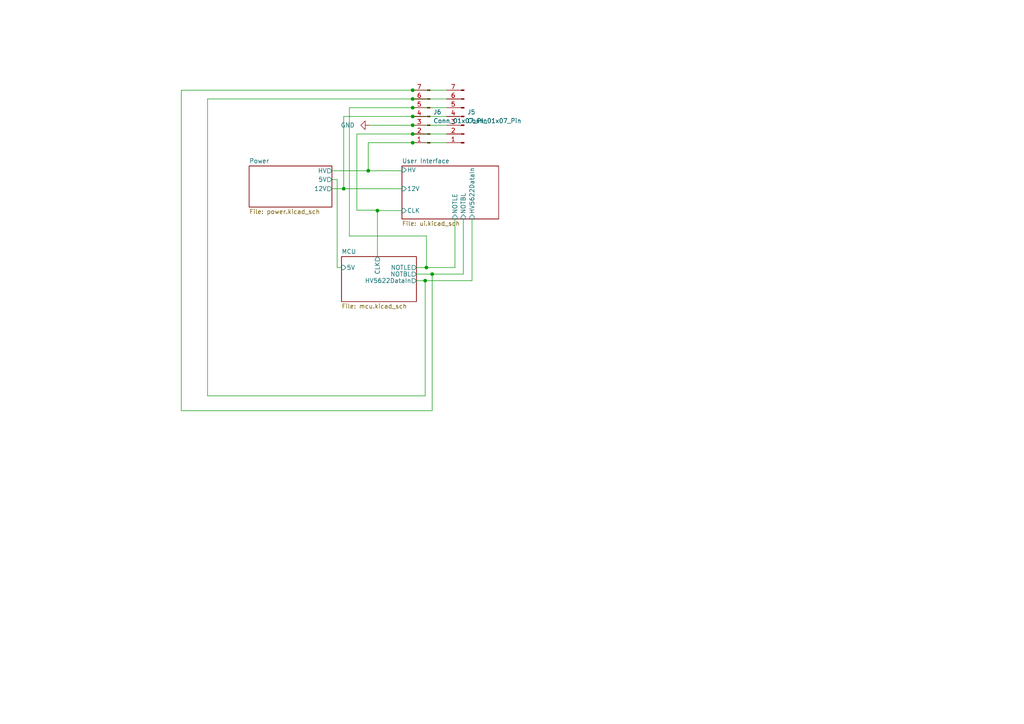
<source format=kicad_sch>
(kicad_sch (version 20231120) (generator "eeschema") (generator_version "8.0")
  (paper "A4")
  (lib_symbols
    (symbol "Connector:Conn_01x07_Pin" (pin_names (offset 1.016) hide)
      (property "Reference" "J" (at 0 10.16 0))
      (property "Value" "Conn_01x07_Pin" (at 0 -10.16 0))
      (symbol "Conn_01x07_Pin_1_1"
        (polyline (pts (xy 1.27 -7.62) (xy 0.8636 -7.62)) (stroke (width 0.1524)))
        (polyline (pts (xy 1.27 -5.08) (xy 0.8636 -5.08)) (stroke (width 0.1524)))
        (polyline (pts (xy 1.27 -2.54) (xy 0.8636 -2.54)) (stroke (width 0.1524)))
        (polyline (pts (xy 1.27 0) (xy 0.8636 0)) (stroke (width 0.1524)))
        (polyline (pts (xy 1.27 2.54) (xy 0.8636 2.54)) (stroke (width 0.1524)))
        (polyline (pts (xy 1.27 5.08) (xy 0.8636 5.08)) (stroke (width 0.1524)))
        (polyline (pts (xy 1.27 7.62) (xy 0.8636 7.62)) (stroke (width 0.1524)))
        (rectangle (start 0.8636 -7.493) (end 0 -7.747) (stroke (width 0.1524)) (fill (type outline)))
        (rectangle (start 0.8636 -4.953) (end 0 -5.207) (stroke (width 0.1524)) (fill (type outline)))
        (rectangle (start 0.8636 -2.413) (end 0 -2.667) (stroke (width 0.1524)) (fill (type outline)))
        (rectangle (start 0.8636 0.127) (end 0 -0.127) (stroke (width 0.1524)) (fill (type outline)))
        (rectangle (start 0.8636 2.667) (end 0 2.413) (stroke (width 0.1524)) (fill (type outline)))
        (rectangle (start 0.8636 5.207) (end 0 4.953) (stroke (width 0.1524)) (fill (type outline)))
        (rectangle (start 0.8636 7.747) (end 0 7.493) (stroke (width 0.1524)) (fill (type outline)))
        (pin passive line (at 5.08 7.62 180) (length 3.81) (name "Pin_1") (number "1"))
        (pin passive line (at 5.08 5.08 180) (length 3.81) (name "Pin_2") (number "2"))
        (pin passive line (at 5.08 2.54 180) (length 3.81) (name "Pin_3") (number "3"))
        (pin passive line (at 5.08 0 180) (length 3.81) (name "Pin_4") (number "4"))
        (pin passive line (at 5.08 -2.54 180) (length 3.81) (name "Pin_5") (number "5"))
        (pin passive line (at 5.08 -5.08 180) (length 3.81) (name "Pin_6") (number "6"))
        (pin passive line (at 5.08 -7.62 180) (length 3.81) (name "Pin_7") (number "7"))
      )
    )
    (symbol "power:GND" (power) (pin_names (offset 0))
      (property "Value" "GND" (at 0 -3.81 0))
      (symbol "GND_0_1"
        (polyline (pts (xy 0 0) (xy 0 -1.27) (xy 1.27 -1.27) (xy 0 -2.54) (xy -1.27 -1.27) (xy 0 -1.27)))
      )
      (symbol "GND_1_1"
        (pin power_in line (at 0 0 270) (length 0) hide (name "GND") (number "1"))
      )
    )
  )
  (junction (at 119.6963 36.322))
  (junction (at 123.6883 77.597))
  (junction (at 109.474 61.087))
  (junction (at 119.6963 33.782))
  (junction (at 123.317 81.407))
  (junction (at 119.6963 41.402))
  (junction (at 125.349 79.502))
  (junction (at 119.6963 26.162))
  (junction (at 119.6963 28.702))
  (junction (at 119.6963 38.862))
  (junction (at 119.6963 31.242))
  (junction (at 99.695 54.737))
  (junction (at 106.807 49.53))
  (wire (pts (xy 125.349 79.502) (xy 120.777 79.502)))
  (wire (pts (xy 125.349 79.502) (xy 125.349 119.126)))
  (wire (pts (xy 131.953 77.597) (xy 131.953 63.5)))
  (wire (pts (xy 97.79 52.07) (xy 97.79 77.597)))
  (wire (pts (xy 123.6883 77.597) (xy 123.6883 68.453)))
  (wire (pts (xy 120.777 81.407) (xy 123.317 81.407)))
  (wire (pts (xy 52.578 119.126) (xy 52.578 26.162)))
  (wire (pts (xy 120.777 77.597) (xy 123.6883 77.597)))
  (wire (pts (xy 109.474 61.087) (xy 109.474 74.422)))
  (wire (pts (xy 52.578 26.162) (xy 119.6963 26.162)))
  (wire (pts (xy 119.6963 31.242) (xy 129.54 31.242)))
  (wire (pts (xy 129.54 36.322) (xy 119.6963 36.322)))
  (wire (pts (xy 99.695 33.782) (xy 119.6963 33.782)))
  (wire (pts (xy 119.6963 38.862) (xy 129.54 38.862)))
  (wire (pts (xy 123.317 81.407) (xy 123.317 114.808)))
  (wire (pts (xy 99.695 54.737) (xy 116.586 54.737)))
  (wire (pts (xy 123.317 114.808) (xy 60.198 114.808)))
  (wire (pts (xy 97.79 77.597) (xy 99.06 77.597)))
  (wire (pts (xy 123.6883 77.597) (xy 131.953 77.597)))
  (wire (pts (xy 60.198 114.808) (xy 60.198 28.702)))
  (wire (pts (xy 123.317 81.407) (xy 136.906 81.407)))
  (wire (pts (xy 103.505 38.862) (xy 119.6963 38.862)))
  (wire (pts (xy 125.349 119.126) (xy 52.578 119.126)))
  (wire (pts (xy 106.807 41.402) (xy 106.807 49.53)))
  (wire (pts (xy 101.346 31.242) (xy 119.6963 31.242)))
  (wire (pts (xy 96.266 52.07) (xy 97.79 52.07)))
  (wire (pts (xy 60.198 28.702) (xy 119.6963 28.702)))
  (wire (pts (xy 96.266 54.737) (xy 99.695 54.737)))
  (wire (pts (xy 116.586 49.53) (xy 116.586 49.276)))
  (wire (pts (xy 116.586 61.087) (xy 109.474 61.087)))
  (wire (pts (xy 106.807 49.53) (xy 116.586 49.53)))
  (wire (pts (xy 107.188 36.322) (xy 119.6963 36.322)))
  (wire (pts (xy 96.266 49.53) (xy 106.807 49.53)))
  (wire (pts (xy 106.807 41.402) (xy 119.6963 41.402)))
  (wire (pts (xy 119.6963 33.782) (xy 129.54 33.782)))
  (wire (pts (xy 101.346 68.453) (xy 101.346 31.242)))
  (wire (pts (xy 109.474 60.96) (xy 103.505 60.96)))
  (wire (pts (xy 134.366 79.502) (xy 125.349 79.502)))
  (wire (pts (xy 109.474 60.96) (xy 109.474 61.087)))
  (wire (pts (xy 99.695 54.737) (xy 99.695 33.782)))
  (wire (pts (xy 134.366 63.5) (xy 134.366 79.502)))
  (wire (pts (xy 103.505 60.96) (xy 103.505 38.862)))
  (wire (pts (xy 119.6963 28.702) (xy 129.54 28.702)))
  (wire (pts (xy 123.6883 68.453) (xy 101.346 68.453)))
  (wire (pts (xy 119.6963 41.402) (xy 129.54 41.402)))
  (wire (pts (xy 136.906 81.407) (xy 136.906 63.5)))
  (wire (pts (xy 119.6963 26.162) (xy 129.54 26.162)))
  (symbol (lib_id "Connector:Conn_01x07_Pin") (at 134.62 33.782 180) (unit 1)
    (property "Reference" "J5" (at 135.509 32.512 0) (effects (justify right)))
    (property "Value" "Conn_01x07_Pin" (at 135.509 35.052 0) (effects (justify right)))
    (property "Footprint" "Connector_PinSocket_2.54mm:PinSocket_1x07_P2.54mm_Vertical" (effects (hide yes)))
  )
  (symbol (lib_id "power:GND") (at 107.188 36.322 270) (unit 1)
    (property "Reference" "#PWR06" (effects (hide yes)))
    (property "Value" "GND" (at 102.8932 36.322 90) (effects (justify right)))
  )
  (symbol (lib_id "Connector:Conn_01x07_Pin") (at 124.7763 33.782 180) (unit 1)
    (property "Reference" "J6" (at 125.6653 32.512 0) (effects (justify right)))
    (property "Value" "Conn_01x07_Pin" (at 125.6653 35.052 0) (effects (justify right)))
    (property "Footprint" "Connector_PinSocket_2.54mm:PinSocket_1x07_P2.54mm_Vertical" (effects (hide yes)))
  )
  (sheet (at 116.586 48.133) (size 28.067 15.367) (stroke (width 0.1524))
    (property "Sheetname" "User Interface" (at 116.586 47.4214 0) (effects (justify left bottom)))
    (property "Sheetfile" "ui.kicad_sch" (at 116.586 64.0846 0) (effects (justify left top)))
    (pin "HV" input (at 116.586 49.276 180))
    (pin "NOTBL" input (at 134.366 63.5 270))
    (pin "HV5622DataIn" input (at 136.906 63.5 270))
    (pin "NOTLE" input (at 131.953 63.5 270))
    (pin "CLK" input (at 116.586 61.087 180))
    (pin "12V" input (at 116.586 54.737 180))
  )
  (sheet (at 99.06 74.422) (size 21.717 13.081) (stroke (width 0.1524))
    (property "Sheetname" "MCU" (at 99.06 73.7104 0) (effects (justify left bottom)))
    (property "Sheetfile" "mcu.kicad_sch" (at 99.06 88.0876 0) (effects (justify left top)))
    (pin "5V" input (at 99.06 77.597 180))
    (pin "CLK" output (at 109.474 74.422 90))
    (pin "NOTLE" output (at 120.777 77.597 0))
    (pin "HV5622DataIn" output (at 120.777 81.407 0))
    (pin "NOTBL" output (at 120.777 79.502 0))
  )
  (sheet (at 72.263 48.133) (size 24.003 11.938) (stroke (width 0.1524))
    (property "Sheetname" "Power" (at 72.263 47.4214 0) (effects (justify left bottom)))
    (property "Sheetfile" "power.kicad_sch" (at 72.263 60.6556 0) (effects (justify left top)))
    (pin "HV" output (at 96.266 49.53 0))
    (pin "5V" output (at 96.266 52.07 0))
    (pin "12V" output (at 96.266 54.737 0))
  )
)
</source>
